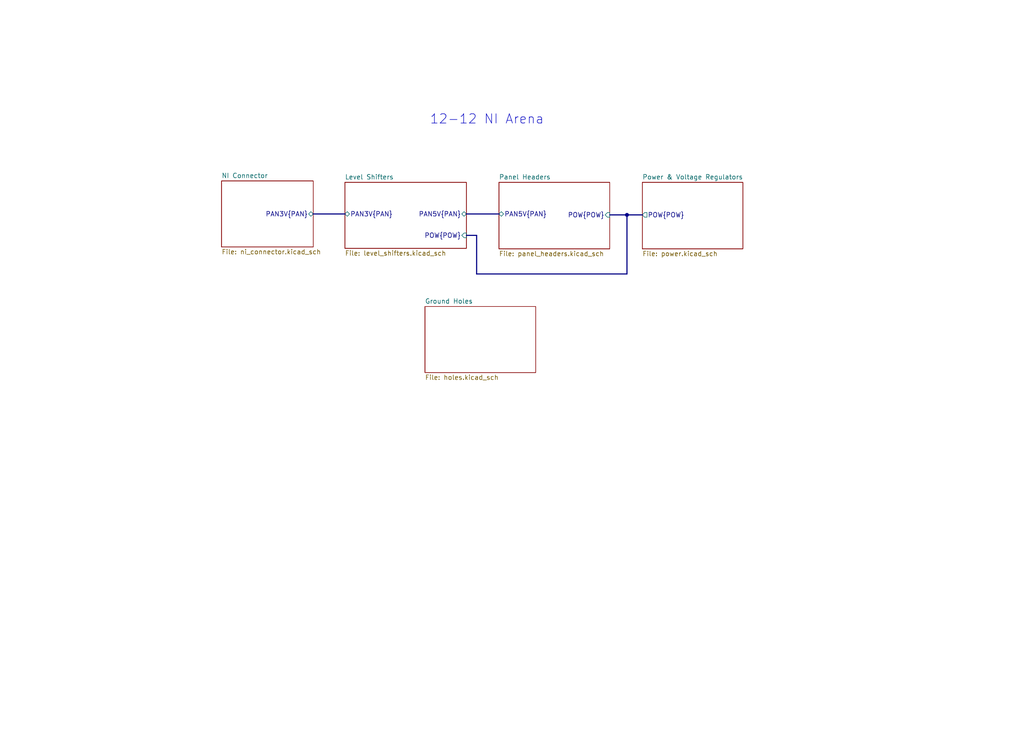
<source format=kicad_sch>
(kicad_sch (version 20230121) (generator eeschema)
  (paper "User" 279.4 203.2)
  (title_block (date "11 jun 2015"))
  (lib_symbols)
  (bus_alias "POW" (members "5V_HDR_1" "5V_HDR_2" "5V_HDR_3" "5V_HDR_4" "5V_HDR_5" "5V_HDR_6" "5V_HDR_7" "5V_HDR_8" "5V_HDR_9" "5V_HDR_10" "5V_HDR_11" "5V_HDR_12"))
  (junction (at 171.069 58.674))
  (bus (pts (xy 171.069 58.674) (xy 175.26 58.674)))
  (bus (pts (xy 127.254 58.42) (xy 136.144 58.42)))
  (bus (pts (xy 130.048 64.262) (xy 127.254 64.262)))
  (bus (pts (xy 171.069 74.803) (xy 130.048 74.803)))
  (bus (pts (xy 171.069 58.674) (xy 171.069 74.803)))
  (bus (pts (xy 130.048 74.803) (xy 130.048 64.262)))
  (bus (pts (xy 166.37 58.674) (xy 171.069 58.674)))
  (bus (pts (xy 85.471 58.42) (xy 94.107 58.42)))
  (text "12-12 NI Arena" (at 117.221 34.163 0) (effects (font (size 2.54 2.54)) (justify left bottom)))
  (sheet (at 94.107 49.784) (size 33.147 18.034) (stroke (width 0.1524))
    (property "Sheetname" "Level Shifters" (at 94.107 49.0724 0) (effects (justify left bottom)))
    (property "Sheetfile" "level_shifters.kicad_sch" (at 94.107 68.4026 0) (effects (justify left top)))
    (pin "PAN5V{PAN}" bidirectional (at 127.254 58.42 0))
    (pin "PAN3V{PAN}" bidirectional (at 94.107 58.42 180))
    (pin "POW{POW}" input (at 127.254 64.262 0))
  )
  (sheet (at 175.26 49.784) (size 27.432 18.161) (stroke (width 0.1524))
    (property "Sheetname" "Power & Voltage Regulators" (at 175.26 49.0724 0) (effects (justify left bottom)))
    (property "Sheetfile" "power.kicad_sch" (at 175.26 68.5296 0) (effects (justify left top)))
    (pin "POW{POW}" output (at 175.26 58.674 180))
  )
  (sheet (at 115.951 83.693) (size 30.226 18.034) (stroke (width 0.1524))
    (property "Sheetname" "Ground Holes" (at 115.951 82.9814 0) (effects (justify left bottom)))
    (property "Sheetfile" "holes.kicad_sch" (at 115.951 102.3116 0) (effects (justify left top)))
  )
  (sheet (at 136.144 49.784) (size 30.226 18.161) (stroke (width 0.1524))
    (property "Sheetname" "Panel Headers" (at 136.144 49.0724 0) (effects (justify left bottom)))
    (property "Sheetfile" "panel_headers.kicad_sch" (at 136.144 68.5296 0) (effects (justify left top)))
    (pin "PAN5V{PAN}" bidirectional (at 136.144 58.42 180))
    (pin "POW{POW}" input (at 166.37 58.674 0))
  )
  (sheet (at 60.452 49.403) (size 25.019 18.034) (stroke (width 0.1524))
    (property "Sheetname" "NI Connector" (at 60.452 48.6914 0) (effects (justify left bottom)))
    (property "Sheetfile" "ni_connector.kicad_sch" (at 60.452 68.0216 0) (effects (justify left top)))
    (pin "PAN3V{PAN}" bidirectional (at 85.471 58.42 0))
  )
)
</source>
